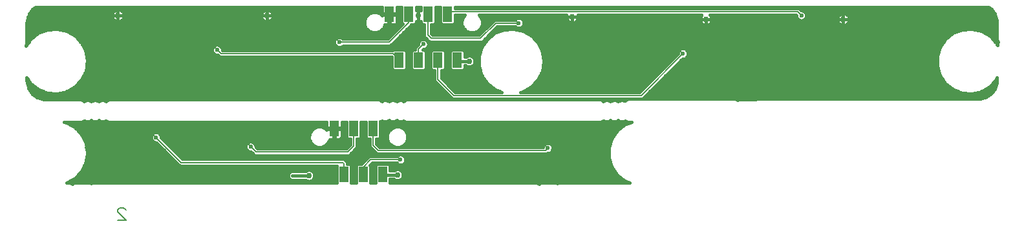
<source format=gbl>
G75*
%MOIN*%
%OFA0B0*%
%FSLAX25Y25*%
%IPPOS*%
%LPD*%
%AMOC8*
5,1,8,0,0,1.08239X$1,22.5*
%
%ADD10C,0.00600*%
%ADD11R,0.04700X0.07900*%
%ADD12C,0.02953*%
%ADD13C,0.01600*%
%ADD14C,0.02362*%
%ADD15C,0.00700*%
D10*
X0087781Y0063124D02*
X0092051Y0063124D01*
X0087781Y0067394D01*
X0087781Y0068462D01*
X0088848Y0069529D01*
X0090984Y0069529D01*
X0092051Y0068462D01*
D11*
X0204536Y0086763D03*
X0214536Y0086763D03*
X0224536Y0086763D03*
X0219536Y0110363D03*
X0209536Y0110363D03*
X0199536Y0110363D03*
X0233001Y0145818D03*
X0243001Y0145818D03*
X0253001Y0145818D03*
X0263001Y0145818D03*
X0258001Y0169418D03*
X0248001Y0169418D03*
X0238001Y0169418D03*
X0228001Y0169418D03*
D12*
X0243032Y0168603D03*
X0269123Y0145107D03*
X0322272Y0168103D03*
X0391170Y0166761D03*
X0462036Y0166761D03*
X0232115Y0086446D03*
X0186446Y0086052D03*
X0164792Y0168603D03*
X0088020Y0168603D03*
D13*
X0084957Y0168603D01*
X0084957Y0168301D01*
X0085074Y0167709D01*
X0085305Y0167152D01*
X0085641Y0166650D01*
X0086067Y0166223D01*
X0086569Y0165888D01*
X0087127Y0165657D01*
X0087719Y0165539D01*
X0088020Y0165539D01*
X0088020Y0168603D01*
X0088020Y0168603D01*
X0084957Y0168603D01*
X0084957Y0168905D01*
X0085074Y0169497D01*
X0085305Y0170054D01*
X0085641Y0170556D01*
X0086067Y0170983D01*
X0086569Y0171318D01*
X0087127Y0171549D01*
X0087719Y0171667D01*
X0088020Y0171667D01*
X0088020Y0168603D01*
X0088021Y0168603D01*
X0088021Y0168603D01*
X0091084Y0168603D01*
X0091084Y0168301D01*
X0090966Y0167709D01*
X0090736Y0167152D01*
X0090400Y0166650D01*
X0089974Y0166223D01*
X0089472Y0165888D01*
X0088914Y0165657D01*
X0088322Y0165539D01*
X0088021Y0165539D01*
X0088021Y0168603D01*
X0091084Y0168603D01*
X0091084Y0168905D01*
X0090966Y0169497D01*
X0090736Y0170054D01*
X0090400Y0170556D01*
X0089974Y0170983D01*
X0089472Y0171318D01*
X0088914Y0171549D01*
X0088322Y0171667D01*
X0088021Y0171667D01*
X0088021Y0168603D01*
X0088020Y0168603D01*
X0088020Y0167955D02*
X0088021Y0167955D01*
X0088020Y0166357D02*
X0088021Y0166357D01*
X0090107Y0166357D02*
X0162706Y0166357D01*
X0162839Y0166223D02*
X0163341Y0165888D01*
X0163898Y0165657D01*
X0164490Y0165539D01*
X0164792Y0165539D01*
X0164792Y0168603D01*
X0164792Y0168603D01*
X0161728Y0168603D01*
X0161728Y0168301D01*
X0161846Y0167709D01*
X0162077Y0167152D01*
X0162412Y0166650D01*
X0162839Y0166223D01*
X0164792Y0166357D02*
X0164792Y0166357D01*
X0164792Y0165539D02*
X0165094Y0165539D01*
X0165686Y0165657D01*
X0166243Y0165888D01*
X0166745Y0166223D01*
X0167172Y0166650D01*
X0167507Y0167152D01*
X0167738Y0167709D01*
X0167856Y0168301D01*
X0167856Y0168603D01*
X0164792Y0168603D01*
X0164792Y0168603D01*
X0164792Y0165539D01*
X0166879Y0166357D02*
X0215248Y0166357D01*
X0215167Y0166159D02*
X0215167Y0164077D01*
X0215963Y0162153D01*
X0217436Y0160681D01*
X0219360Y0159884D01*
X0221442Y0159884D01*
X0223366Y0160681D01*
X0224838Y0162153D01*
X0225554Y0163881D01*
X0227626Y0163881D01*
X0227626Y0169043D01*
X0228376Y0169043D01*
X0228376Y0169793D01*
X0231938Y0169793D01*
X0231938Y0173060D01*
X0234260Y0173060D01*
X0234260Y0164892D01*
X0234763Y0164390D01*
X0227063Y0156690D01*
X0204090Y0156690D01*
X0203650Y0157130D01*
X0202705Y0157521D01*
X0201682Y0157521D01*
X0200737Y0157130D01*
X0200014Y0156406D01*
X0199622Y0155461D01*
X0199622Y0154438D01*
X0200014Y0153493D01*
X0200737Y0152769D01*
X0201682Y0152378D01*
X0202705Y0152378D01*
X0203650Y0152769D01*
X0204090Y0153209D01*
X0228505Y0153209D01*
X0238722Y0163426D01*
X0239374Y0164078D01*
X0240927Y0164078D01*
X0241741Y0164892D01*
X0241741Y0165822D01*
X0242139Y0165657D01*
X0242731Y0165539D01*
X0243032Y0165539D01*
X0243032Y0168603D01*
X0243032Y0168603D01*
X0243032Y0165539D01*
X0243334Y0165539D01*
X0243926Y0165657D01*
X0244260Y0165796D01*
X0244260Y0164892D01*
X0245075Y0164078D01*
X0246044Y0164078D01*
X0246044Y0157851D01*
X0247063Y0156831D01*
X0247697Y0156197D01*
X0248717Y0155178D01*
X0275718Y0155178D01*
X0283592Y0163052D01*
X0292817Y0163052D01*
X0293257Y0162612D01*
X0294202Y0162220D01*
X0295225Y0162220D01*
X0296170Y0162612D01*
X0296894Y0163335D01*
X0297285Y0164281D01*
X0297285Y0165304D01*
X0296894Y0166249D01*
X0296170Y0166972D01*
X0295225Y0167364D01*
X0294202Y0167364D01*
X0293257Y0166972D01*
X0292817Y0166533D01*
X0282150Y0166533D01*
X0281130Y0165513D01*
X0274276Y0158659D01*
X0250159Y0158659D01*
X0249525Y0159293D01*
X0249525Y0164078D01*
X0250927Y0164078D01*
X0251741Y0164892D01*
X0251741Y0173060D01*
X0254260Y0173060D01*
X0254260Y0164892D01*
X0255075Y0164078D01*
X0260927Y0164078D01*
X0261741Y0164892D01*
X0261741Y0168957D01*
X0267037Y0168957D01*
X0266163Y0168083D01*
X0265367Y0166159D01*
X0265367Y0164077D01*
X0266163Y0162153D01*
X0267636Y0160681D01*
X0269560Y0159884D01*
X0271642Y0159884D01*
X0273566Y0160681D01*
X0275038Y0162153D01*
X0275835Y0164077D01*
X0275835Y0166159D01*
X0275038Y0168083D01*
X0274164Y0168957D01*
X0319319Y0168957D01*
X0319209Y0168405D01*
X0319209Y0168103D01*
X0319209Y0167801D01*
X0319326Y0167209D01*
X0319557Y0166652D01*
X0319893Y0166150D01*
X0320319Y0165723D01*
X0320821Y0165388D01*
X0321379Y0165157D01*
X0321971Y0165039D01*
X0322272Y0165039D01*
X0322272Y0168103D01*
X0319209Y0168103D01*
X0322272Y0168103D01*
X0322272Y0168103D01*
X0322272Y0168103D01*
X0322272Y0165039D01*
X0322574Y0165039D01*
X0323166Y0165157D01*
X0323724Y0165388D01*
X0324225Y0165723D01*
X0324652Y0166150D01*
X0324988Y0166652D01*
X0325218Y0167209D01*
X0325336Y0167801D01*
X0325336Y0168103D01*
X0322273Y0168103D01*
X0322273Y0168103D01*
X0325336Y0168103D01*
X0325336Y0168405D01*
X0325226Y0168957D01*
X0389034Y0168957D01*
X0388790Y0168714D01*
X0388455Y0168212D01*
X0388224Y0167654D01*
X0388106Y0167062D01*
X0388106Y0166761D01*
X0391170Y0166761D01*
X0391170Y0166761D01*
X0394234Y0166761D01*
X0394234Y0167062D01*
X0394116Y0167654D01*
X0393885Y0168212D01*
X0393550Y0168714D01*
X0393306Y0168957D01*
X0437693Y0168957D01*
X0437811Y0168839D01*
X0437811Y0168218D01*
X0438203Y0167272D01*
X0438926Y0166549D01*
X0439871Y0166157D01*
X0440894Y0166157D01*
X0441839Y0166549D01*
X0442563Y0167272D01*
X0442954Y0168218D01*
X0442954Y0169241D01*
X0442563Y0170186D01*
X0441839Y0170909D01*
X0440894Y0171301D01*
X0440273Y0171301D01*
X0440155Y0171419D01*
X0439135Y0172438D01*
X0261741Y0172438D01*
X0261741Y0173060D01*
X0536797Y0173060D01*
X0538418Y0171882D01*
X0540261Y0169344D01*
X0541231Y0166361D01*
X0541354Y0164792D01*
X0541354Y0156174D01*
X0541754Y0155209D01*
X0541453Y0154908D01*
X0541453Y0153377D01*
X0540878Y0154571D01*
X0537471Y0158242D01*
X0533135Y0160746D01*
X0533135Y0160746D01*
X0528252Y0161860D01*
X0523259Y0161486D01*
X0523258Y0161486D01*
X0518597Y0159656D01*
X0518597Y0159656D01*
X0514682Y0156534D01*
X0511861Y0152396D01*
X0510384Y0147611D01*
X0510384Y0142603D01*
X0511861Y0137818D01*
X0514682Y0133680D01*
X0518597Y0130558D01*
X0523258Y0128728D01*
X0528252Y0128354D01*
X0528252Y0128354D01*
X0533135Y0129468D01*
X0537471Y0131972D01*
X0537471Y0131972D01*
X0540878Y0135643D01*
X0540878Y0135643D01*
X0541354Y0136633D01*
X0541354Y0135292D01*
X0541207Y0133759D01*
X0540208Y0130850D01*
X0538358Y0128393D01*
X0535839Y0126627D01*
X0532898Y0125726D01*
X0531362Y0125631D01*
X0531342Y0125631D01*
X0530619Y0125644D01*
X0530606Y0125631D01*
X0417985Y0125631D01*
X0417020Y0125232D01*
X0416719Y0125533D01*
X0407944Y0125533D01*
X0407585Y0125174D01*
X0406481Y0125631D01*
X0352446Y0125631D01*
X0352386Y0125681D01*
X0358458Y0125681D01*
X0379249Y0146472D01*
X0379871Y0146472D01*
X0380816Y0146864D01*
X0381539Y0147587D01*
X0381931Y0148533D01*
X0381931Y0149556D01*
X0381539Y0150501D01*
X0380816Y0151224D01*
X0379871Y0151616D01*
X0378848Y0151616D01*
X0377902Y0151224D01*
X0377179Y0150501D01*
X0376787Y0149556D01*
X0376787Y0148934D01*
X0357016Y0129163D01*
X0295574Y0129163D01*
X0296914Y0129468D01*
X0301251Y0131972D01*
X0304657Y0135643D01*
X0304657Y0135643D01*
X0306830Y0140155D01*
X0306830Y0140155D01*
X0307576Y0145107D01*
X0306830Y0150059D01*
X0304657Y0154571D01*
X0301251Y0158242D01*
X0296914Y0160746D01*
X0292032Y0161860D01*
X0292032Y0161860D01*
X0287038Y0161486D01*
X0282376Y0159656D01*
X0278461Y0156534D01*
X0275640Y0152396D01*
X0274164Y0147611D01*
X0274164Y0142603D01*
X0275640Y0137818D01*
X0275640Y0137818D01*
X0278461Y0133680D01*
X0282376Y0130558D01*
X0282376Y0130558D01*
X0285931Y0129163D01*
X0261970Y0129163D01*
X0254741Y0136391D01*
X0254741Y0140478D01*
X0255927Y0140478D01*
X0256741Y0141292D01*
X0256741Y0150344D01*
X0255927Y0151159D01*
X0250075Y0151159D01*
X0249260Y0150344D01*
X0249260Y0141292D01*
X0250075Y0140478D01*
X0251260Y0140478D01*
X0251260Y0134949D01*
X0260528Y0125681D01*
X0352269Y0125681D01*
X0351719Y0125631D01*
X0351061Y0125631D01*
X0350995Y0125566D01*
X0350582Y0125528D01*
X0349345Y0124655D01*
X0348414Y0125041D01*
X0347312Y0125041D01*
X0346295Y0124619D01*
X0345894Y0124219D01*
X0345494Y0124619D01*
X0344477Y0125041D01*
X0343375Y0125041D01*
X0342358Y0124619D01*
X0341957Y0124219D01*
X0341557Y0124619D01*
X0340540Y0125041D01*
X0339438Y0125041D01*
X0338421Y0124619D01*
X0338314Y0124512D01*
X0337058Y0125238D01*
X0236621Y0125238D01*
X0235365Y0124512D01*
X0235258Y0124619D01*
X0234240Y0125041D01*
X0233139Y0125041D01*
X0232122Y0124619D01*
X0231721Y0124219D01*
X0231321Y0124619D01*
X0230303Y0125041D01*
X0229202Y0125041D01*
X0228185Y0124619D01*
X0227784Y0124219D01*
X0227384Y0124619D01*
X0226366Y0125041D01*
X0225265Y0125041D01*
X0224248Y0124619D01*
X0224141Y0124512D01*
X0222884Y0125238D01*
X0083078Y0125238D01*
X0081822Y0124512D01*
X0081715Y0124619D01*
X0080697Y0125041D01*
X0079596Y0125041D01*
X0078578Y0124619D01*
X0078178Y0124219D01*
X0077778Y0124619D01*
X0076760Y0125041D01*
X0075659Y0125041D01*
X0074641Y0124619D01*
X0074241Y0124219D01*
X0073841Y0124619D01*
X0072823Y0125041D01*
X0071722Y0125041D01*
X0070704Y0124619D01*
X0070597Y0124512D01*
X0069341Y0125238D01*
X0051013Y0125238D01*
X0049444Y0125361D01*
X0046461Y0126331D01*
X0043923Y0128175D01*
X0042079Y0130712D01*
X0041109Y0133696D01*
X0040986Y0135265D01*
X0040986Y0136676D01*
X0043028Y0133680D01*
X0046943Y0130558D01*
X0046943Y0130558D01*
X0051605Y0128728D01*
X0056599Y0128354D01*
X0061481Y0129468D01*
X0065818Y0131972D01*
X0065818Y0131972D01*
X0065818Y0131972D01*
X0069224Y0135643D01*
X0069224Y0135643D01*
X0071397Y0140155D01*
X0071397Y0140155D01*
X0072143Y0145107D01*
X0071397Y0150059D01*
X0069224Y0154571D01*
X0065818Y0158242D01*
X0061481Y0160746D01*
X0056599Y0161860D01*
X0056599Y0161860D01*
X0051605Y0161486D01*
X0046943Y0159656D01*
X0043028Y0156534D01*
X0043028Y0156534D01*
X0043028Y0156534D01*
X0040703Y0153124D01*
X0040586Y0153241D01*
X0040986Y0154205D01*
X0040986Y0164792D01*
X0041109Y0166361D01*
X0042079Y0169344D01*
X0043923Y0171882D01*
X0045544Y0173060D01*
X0224063Y0173060D01*
X0224063Y0169793D01*
X0227626Y0169793D01*
X0227626Y0169043D01*
X0224063Y0169043D01*
X0224063Y0168858D01*
X0223366Y0169555D01*
X0221442Y0170352D01*
X0219360Y0170352D01*
X0217436Y0169555D01*
X0215963Y0168083D01*
X0215167Y0166159D01*
X0215167Y0164758D02*
X0040986Y0164758D01*
X0040986Y0163160D02*
X0215546Y0163160D01*
X0216555Y0161561D02*
X0057908Y0161561D01*
X0061481Y0160746D02*
X0061481Y0160746D01*
X0062837Y0159963D02*
X0219169Y0159963D01*
X0221633Y0159963D02*
X0230336Y0159963D01*
X0231934Y0161561D02*
X0224246Y0161561D01*
X0225255Y0163160D02*
X0233533Y0163160D01*
X0234394Y0164758D02*
X0231774Y0164758D01*
X0231830Y0164855D02*
X0231938Y0165259D01*
X0231938Y0169043D01*
X0228376Y0169043D01*
X0228376Y0163881D01*
X0230560Y0163881D01*
X0230963Y0163989D01*
X0231325Y0164198D01*
X0231621Y0164493D01*
X0231830Y0164855D01*
X0231938Y0166357D02*
X0234260Y0166357D01*
X0234260Y0167955D02*
X0231938Y0167955D01*
X0234260Y0169554D02*
X0228376Y0169554D01*
X0227626Y0169554D02*
X0223367Y0169554D01*
X0224063Y0171152D02*
X0166492Y0171152D01*
X0166243Y0171318D02*
X0165686Y0171549D01*
X0165094Y0171667D01*
X0164792Y0171667D01*
X0164490Y0171667D01*
X0163898Y0171549D01*
X0163341Y0171318D01*
X0162839Y0170983D01*
X0162412Y0170556D01*
X0162077Y0170054D01*
X0161846Y0169497D01*
X0161728Y0168905D01*
X0161728Y0168603D01*
X0164792Y0168603D01*
X0164792Y0168603D01*
X0164792Y0171667D01*
X0164792Y0168603D01*
X0164792Y0168603D01*
X0167856Y0168603D01*
X0167856Y0168905D01*
X0167738Y0169497D01*
X0167507Y0170054D01*
X0167172Y0170556D01*
X0166745Y0170983D01*
X0166243Y0171318D01*
X0164792Y0171152D02*
X0164792Y0171152D01*
X0164792Y0169554D02*
X0164792Y0169554D01*
X0164792Y0167955D02*
X0164792Y0167955D01*
X0161797Y0167955D02*
X0091015Y0167955D01*
X0090943Y0169554D02*
X0161870Y0169554D01*
X0163093Y0171152D02*
X0089720Y0171152D01*
X0088021Y0171152D02*
X0088020Y0171152D01*
X0088020Y0169554D02*
X0088021Y0169554D01*
X0086321Y0171152D02*
X0043392Y0171152D01*
X0042231Y0169554D02*
X0085098Y0169554D01*
X0085026Y0167955D02*
X0041627Y0167955D01*
X0041109Y0166357D02*
X0085934Y0166357D01*
X0067188Y0156766D02*
X0200373Y0156766D01*
X0199622Y0155167D02*
X0068671Y0155167D01*
X0069224Y0154571D02*
X0069224Y0154571D01*
X0069707Y0153569D02*
X0138653Y0153569D01*
X0138690Y0153584D02*
X0137745Y0153193D01*
X0137021Y0152469D01*
X0136630Y0151524D01*
X0136630Y0150501D01*
X0137021Y0149556D01*
X0137745Y0148832D01*
X0138690Y0148441D01*
X0139312Y0148441D01*
X0139430Y0148323D01*
X0140449Y0147304D01*
X0229054Y0147304D01*
X0229260Y0147097D01*
X0229260Y0141292D01*
X0230075Y0140478D01*
X0235927Y0140478D01*
X0236741Y0141292D01*
X0236741Y0150344D01*
X0235927Y0151159D01*
X0230075Y0151159D01*
X0229701Y0150785D01*
X0141891Y0150785D01*
X0141773Y0150902D01*
X0141773Y0151524D01*
X0141382Y0152469D01*
X0140658Y0153193D01*
X0139713Y0153584D01*
X0138690Y0153584D01*
X0139750Y0153569D02*
X0199982Y0153569D01*
X0204014Y0156766D02*
X0227139Y0156766D01*
X0228737Y0158364D02*
X0065606Y0158364D01*
X0065818Y0158242D02*
X0065818Y0158242D01*
X0052612Y0161561D02*
X0040986Y0161561D01*
X0040986Y0159963D02*
X0047724Y0159963D01*
X0046943Y0159656D02*
X0046943Y0159656D01*
X0045323Y0158364D02*
X0040986Y0158364D01*
X0040986Y0156766D02*
X0043319Y0156766D01*
X0042096Y0155167D02*
X0040986Y0155167D01*
X0041006Y0153569D02*
X0040722Y0153569D01*
X0051605Y0161486D02*
X0051605Y0161486D01*
X0045118Y0172751D02*
X0224063Y0172751D01*
X0217434Y0169554D02*
X0167715Y0169554D01*
X0167787Y0167955D02*
X0215911Y0167955D01*
X0227626Y0167955D02*
X0228376Y0167955D01*
X0228376Y0166357D02*
X0227626Y0166357D01*
X0227626Y0164758D02*
X0228376Y0164758D01*
X0236857Y0161561D02*
X0246044Y0161561D01*
X0246044Y0159963D02*
X0235259Y0159963D01*
X0233660Y0158364D02*
X0246044Y0158364D01*
X0246012Y0156537D02*
X0244989Y0156537D01*
X0244044Y0156145D01*
X0243321Y0155422D01*
X0242929Y0154477D01*
X0242929Y0153855D01*
X0241260Y0152186D01*
X0241260Y0151159D01*
X0240075Y0151159D01*
X0239260Y0150344D01*
X0239260Y0141292D01*
X0240075Y0140478D01*
X0245927Y0140478D01*
X0246741Y0141292D01*
X0246741Y0150344D01*
X0245927Y0151159D01*
X0245156Y0151159D01*
X0245391Y0151394D01*
X0246012Y0151394D01*
X0246958Y0151785D01*
X0247681Y0152509D01*
X0248072Y0153454D01*
X0248072Y0154477D01*
X0247681Y0155422D01*
X0246958Y0156145D01*
X0246012Y0156537D01*
X0247129Y0156766D02*
X0232062Y0156766D01*
X0230463Y0155167D02*
X0243215Y0155167D01*
X0242643Y0153569D02*
X0228865Y0153569D01*
X0236714Y0150372D02*
X0239288Y0150372D01*
X0239260Y0148773D02*
X0236741Y0148773D01*
X0236741Y0147175D02*
X0239260Y0147175D01*
X0239260Y0145576D02*
X0236741Y0145576D01*
X0236741Y0143978D02*
X0239260Y0143978D01*
X0239260Y0142379D02*
X0236741Y0142379D01*
X0236230Y0140781D02*
X0239772Y0140781D01*
X0246230Y0140781D02*
X0249772Y0140781D01*
X0249260Y0142379D02*
X0246741Y0142379D01*
X0246741Y0143978D02*
X0249260Y0143978D01*
X0249260Y0145576D02*
X0246741Y0145576D01*
X0246741Y0147175D02*
X0249260Y0147175D01*
X0249260Y0148773D02*
X0246741Y0148773D01*
X0246714Y0150372D02*
X0249288Y0150372D01*
X0247143Y0151970D02*
X0275509Y0151970D01*
X0275640Y0152396D02*
X0275640Y0152396D01*
X0276439Y0153569D02*
X0248072Y0153569D01*
X0247786Y0155167D02*
X0277529Y0155167D01*
X0277306Y0156766D02*
X0278752Y0156766D01*
X0278461Y0156534D02*
X0278461Y0156534D01*
X0278461Y0156534D01*
X0278905Y0158364D02*
X0280756Y0158364D01*
X0280503Y0159963D02*
X0283157Y0159963D01*
X0282376Y0159656D02*
X0282376Y0159656D01*
X0282102Y0161561D02*
X0288045Y0161561D01*
X0287038Y0161486D02*
X0287038Y0161486D01*
X0278777Y0163160D02*
X0275455Y0163160D01*
X0275835Y0164758D02*
X0280376Y0164758D01*
X0281974Y0166357D02*
X0275753Y0166357D01*
X0275091Y0167955D02*
X0319209Y0167955D01*
X0319754Y0166357D02*
X0296785Y0166357D01*
X0297285Y0164758D02*
X0388840Y0164758D01*
X0388790Y0164808D02*
X0389217Y0164381D01*
X0389719Y0164046D01*
X0390276Y0163815D01*
X0390868Y0163697D01*
X0391170Y0163697D01*
X0391170Y0166760D01*
X0391170Y0166760D01*
X0391170Y0163697D01*
X0391472Y0163697D01*
X0392064Y0163815D01*
X0392621Y0164046D01*
X0393123Y0164381D01*
X0393550Y0164808D01*
X0393885Y0165309D01*
X0394116Y0165867D01*
X0394234Y0166459D01*
X0394234Y0166761D01*
X0391170Y0166761D01*
X0391170Y0166761D01*
X0388106Y0166761D01*
X0388106Y0166459D01*
X0388224Y0165867D01*
X0388455Y0165309D01*
X0388790Y0164808D01*
X0388127Y0166357D02*
X0324790Y0166357D01*
X0325336Y0167955D02*
X0388349Y0167955D01*
X0391170Y0166357D02*
X0391170Y0166357D01*
X0391170Y0164758D02*
X0391170Y0164758D01*
X0393501Y0164758D02*
X0459706Y0164758D01*
X0459656Y0164808D02*
X0460083Y0164381D01*
X0460585Y0164046D01*
X0461143Y0163815D01*
X0461734Y0163697D01*
X0462036Y0163697D01*
X0462036Y0166760D01*
X0462036Y0166760D01*
X0462036Y0163697D01*
X0462338Y0163697D01*
X0462930Y0163815D01*
X0463487Y0164046D01*
X0463989Y0164381D01*
X0464416Y0164808D01*
X0464751Y0165309D01*
X0464982Y0165867D01*
X0465100Y0166459D01*
X0465100Y0166761D01*
X0465100Y0167062D01*
X0464982Y0167654D01*
X0464751Y0168212D01*
X0464416Y0168714D01*
X0463989Y0169140D01*
X0463487Y0169476D01*
X0462930Y0169707D01*
X0462338Y0169824D01*
X0462036Y0169824D01*
X0461734Y0169824D01*
X0461143Y0169707D01*
X0460585Y0169476D01*
X0460083Y0169140D01*
X0459656Y0168714D01*
X0459321Y0168212D01*
X0459090Y0167654D01*
X0458972Y0167062D01*
X0458972Y0166761D01*
X0462036Y0166761D01*
X0462036Y0169824D01*
X0462036Y0166761D01*
X0462036Y0166761D01*
X0462036Y0166761D01*
X0458972Y0166761D01*
X0458972Y0166459D01*
X0459090Y0165867D01*
X0459321Y0165309D01*
X0459656Y0164808D01*
X0458993Y0166357D02*
X0441376Y0166357D01*
X0439390Y0166357D02*
X0394214Y0166357D01*
X0393991Y0167955D02*
X0437920Y0167955D01*
X0442846Y0167955D02*
X0459215Y0167955D01*
X0460774Y0169554D02*
X0442825Y0169554D01*
X0441252Y0171152D02*
X0538948Y0171152D01*
X0540109Y0169554D02*
X0463299Y0169554D01*
X0462036Y0169554D02*
X0462036Y0169554D01*
X0462036Y0167955D02*
X0462036Y0167955D01*
X0462036Y0166761D02*
X0465100Y0166761D01*
X0462036Y0166761D01*
X0462036Y0166761D01*
X0462036Y0166357D02*
X0462036Y0166357D01*
X0462036Y0164758D02*
X0462036Y0164758D01*
X0464367Y0164758D02*
X0541354Y0164758D01*
X0541354Y0163160D02*
X0296718Y0163160D01*
X0296914Y0160746D02*
X0296914Y0160746D01*
X0298270Y0159963D02*
X0519378Y0159963D01*
X0516977Y0158364D02*
X0301039Y0158364D01*
X0301251Y0158242D02*
X0301251Y0158242D01*
X0302621Y0156766D02*
X0514972Y0156766D01*
X0514682Y0156534D02*
X0514682Y0156534D01*
X0513750Y0155167D02*
X0304104Y0155167D01*
X0304657Y0154571D02*
X0304657Y0154571D01*
X0305140Y0153569D02*
X0512660Y0153569D01*
X0511861Y0152396D02*
X0511861Y0152396D01*
X0511729Y0151970D02*
X0305910Y0151970D01*
X0306679Y0150372D02*
X0377125Y0150372D01*
X0376627Y0148773D02*
X0307024Y0148773D01*
X0307265Y0147175D02*
X0375028Y0147175D01*
X0373430Y0145576D02*
X0307506Y0145576D01*
X0307576Y0145107D02*
X0307576Y0145107D01*
X0307406Y0143978D02*
X0371831Y0143978D01*
X0370233Y0142379D02*
X0307165Y0142379D01*
X0306924Y0140781D02*
X0368634Y0140781D01*
X0367036Y0139182D02*
X0306361Y0139182D01*
X0305592Y0137584D02*
X0365437Y0137584D01*
X0363839Y0135985D02*
X0304822Y0135985D01*
X0303491Y0134387D02*
X0362240Y0134387D01*
X0360642Y0132788D02*
X0302008Y0132788D01*
X0301251Y0131972D02*
X0301251Y0131972D01*
X0299895Y0131190D02*
X0359043Y0131190D01*
X0357445Y0129591D02*
X0297127Y0129591D01*
X0296914Y0129468D02*
X0296914Y0129468D01*
X0284840Y0129591D02*
X0261541Y0129591D01*
X0259943Y0131190D02*
X0281584Y0131190D01*
X0279580Y0132788D02*
X0258344Y0132788D01*
X0256746Y0134387D02*
X0277979Y0134387D01*
X0278461Y0133680D02*
X0278461Y0133680D01*
X0278461Y0133680D01*
X0276890Y0135985D02*
X0255147Y0135985D01*
X0254741Y0137584D02*
X0275800Y0137584D01*
X0275219Y0139182D02*
X0254741Y0139182D01*
X0256230Y0140781D02*
X0259772Y0140781D01*
X0260075Y0140478D02*
X0265927Y0140478D01*
X0266741Y0141292D01*
X0266741Y0142917D01*
X0267259Y0142917D01*
X0267499Y0142677D01*
X0268553Y0142240D01*
X0269693Y0142240D01*
X0270747Y0142677D01*
X0271553Y0143483D01*
X0271990Y0144537D01*
X0271990Y0145677D01*
X0271553Y0146731D01*
X0270747Y0147538D01*
X0269693Y0147974D01*
X0268553Y0147974D01*
X0267499Y0147538D01*
X0267259Y0147298D01*
X0266741Y0147298D01*
X0266741Y0150344D01*
X0265927Y0151159D01*
X0260075Y0151159D01*
X0259260Y0150344D01*
X0259260Y0141292D01*
X0260075Y0140478D01*
X0259260Y0142379D02*
X0256741Y0142379D01*
X0256741Y0143978D02*
X0259260Y0143978D01*
X0259260Y0145576D02*
X0256741Y0145576D01*
X0256741Y0147175D02*
X0259260Y0147175D01*
X0259260Y0148773D02*
X0256741Y0148773D01*
X0256714Y0150372D02*
X0259288Y0150372D01*
X0266714Y0150372D02*
X0275016Y0150372D01*
X0274523Y0148773D02*
X0266741Y0148773D01*
X0271110Y0147175D02*
X0274164Y0147175D01*
X0274164Y0145576D02*
X0271990Y0145576D01*
X0271758Y0143978D02*
X0274164Y0143978D01*
X0274233Y0142379D02*
X0270029Y0142379D01*
X0268217Y0142379D02*
X0266741Y0142379D01*
X0266230Y0140781D02*
X0274726Y0140781D01*
X0269123Y0145107D02*
X0263712Y0145107D01*
X0263001Y0145818D01*
X0251260Y0139182D02*
X0070928Y0139182D01*
X0071491Y0140781D02*
X0229772Y0140781D01*
X0229260Y0142379D02*
X0071732Y0142379D01*
X0071973Y0143978D02*
X0229260Y0143978D01*
X0229260Y0145576D02*
X0072073Y0145576D01*
X0071832Y0147175D02*
X0229183Y0147175D01*
X0241260Y0151970D02*
X0141588Y0151970D01*
X0136815Y0151970D02*
X0070477Y0151970D01*
X0071246Y0150372D02*
X0136683Y0150372D01*
X0137888Y0148773D02*
X0071591Y0148773D01*
X0071397Y0150059D02*
X0071397Y0150059D01*
X0070159Y0137584D02*
X0251260Y0137584D01*
X0251260Y0135985D02*
X0069389Y0135985D01*
X0068058Y0134387D02*
X0251823Y0134387D01*
X0253421Y0132788D02*
X0066575Y0132788D01*
X0064462Y0131190D02*
X0255020Y0131190D01*
X0256618Y0129591D02*
X0061694Y0129591D01*
X0061481Y0129468D02*
X0061481Y0129468D01*
X0056599Y0128354D02*
X0056599Y0128354D01*
X0051605Y0128728D02*
X0051605Y0128728D01*
X0049407Y0129591D02*
X0042893Y0129591D01*
X0041924Y0131190D02*
X0046151Y0131190D01*
X0044147Y0132788D02*
X0041404Y0132788D01*
X0041055Y0134387D02*
X0042546Y0134387D01*
X0043028Y0133680D02*
X0043028Y0133680D01*
X0043028Y0133680D01*
X0041457Y0135985D02*
X0040986Y0135985D01*
X0044173Y0127993D02*
X0258217Y0127993D01*
X0259815Y0126394D02*
X0046373Y0126394D01*
X0070107Y0124796D02*
X0071129Y0124796D01*
X0073415Y0124796D02*
X0075066Y0124796D01*
X0077352Y0124796D02*
X0079003Y0124796D01*
X0081290Y0124796D02*
X0082312Y0124796D01*
X0078178Y0114814D02*
X0078578Y0114414D01*
X0079596Y0113992D01*
X0080697Y0113992D01*
X0081715Y0114414D01*
X0081822Y0114521D01*
X0083078Y0113795D01*
X0195599Y0113795D01*
X0195599Y0110738D01*
X0199161Y0110738D01*
X0199161Y0109988D01*
X0195599Y0109988D01*
X0195599Y0109803D01*
X0194901Y0110500D01*
X0192977Y0111297D01*
X0190895Y0111297D01*
X0188971Y0110500D01*
X0187499Y0109028D01*
X0186702Y0107104D01*
X0186702Y0105022D01*
X0187499Y0103098D01*
X0188971Y0101626D01*
X0190895Y0100829D01*
X0192977Y0100829D01*
X0194901Y0101626D01*
X0196374Y0103098D01*
X0197089Y0104826D01*
X0199161Y0104826D01*
X0199161Y0109988D01*
X0199911Y0109988D01*
X0199911Y0104826D01*
X0202095Y0104826D01*
X0202499Y0104934D01*
X0202861Y0105143D01*
X0203156Y0105438D01*
X0203365Y0105800D01*
X0203474Y0106204D01*
X0203474Y0109988D01*
X0199911Y0109988D01*
X0199911Y0110738D01*
X0203474Y0110738D01*
X0203474Y0113795D01*
X0205796Y0113795D01*
X0205796Y0105837D01*
X0206610Y0105022D01*
X0207796Y0105022D01*
X0207796Y0101989D01*
X0205803Y0099997D01*
X0160001Y0099997D01*
X0159096Y0100902D01*
X0159096Y0101524D01*
X0158705Y0102469D01*
X0157981Y0103193D01*
X0157036Y0103584D01*
X0156013Y0103584D01*
X0155068Y0103193D01*
X0154344Y0102469D01*
X0153953Y0101524D01*
X0153953Y0100501D01*
X0154344Y0099556D01*
X0155068Y0098832D01*
X0156013Y0098441D01*
X0156635Y0098441D01*
X0158559Y0096516D01*
X0207245Y0096516D01*
X0208265Y0097536D01*
X0211277Y0100548D01*
X0211277Y0105022D01*
X0212462Y0105022D01*
X0213277Y0105837D01*
X0213277Y0113795D01*
X0215796Y0113795D01*
X0215796Y0105837D01*
X0216610Y0105022D01*
X0217796Y0105022D01*
X0217796Y0101059D01*
X0220532Y0098323D01*
X0221551Y0097304D01*
X0309214Y0097304D01*
X0309564Y0097654D01*
X0310186Y0097654D01*
X0311131Y0098045D01*
X0311854Y0098768D01*
X0312246Y0099714D01*
X0312246Y0100737D01*
X0311854Y0101682D01*
X0311131Y0102405D01*
X0310186Y0102797D01*
X0309162Y0102797D01*
X0308217Y0102405D01*
X0307494Y0101682D01*
X0307122Y0100785D01*
X0222993Y0100785D01*
X0221277Y0102501D01*
X0221277Y0105022D01*
X0222462Y0105022D01*
X0223277Y0105837D01*
X0223277Y0114022D01*
X0224141Y0114521D01*
X0224248Y0114414D01*
X0225265Y0113992D01*
X0226366Y0113992D01*
X0227384Y0114414D01*
X0227784Y0114814D01*
X0228185Y0114414D01*
X0229202Y0113992D01*
X0230303Y0113992D01*
X0231321Y0114414D01*
X0231721Y0114814D01*
X0232122Y0114414D01*
X0233139Y0113992D01*
X0234240Y0113992D01*
X0235258Y0114414D01*
X0235365Y0114521D01*
X0236621Y0113795D01*
X0337058Y0113795D01*
X0337058Y0113795D01*
X0338314Y0114521D01*
X0338421Y0114414D01*
X0339438Y0113992D01*
X0340540Y0113992D01*
X0341557Y0114414D01*
X0341957Y0114814D01*
X0342358Y0114414D01*
X0343375Y0113992D01*
X0344477Y0113992D01*
X0345494Y0114414D01*
X0345894Y0114814D01*
X0346295Y0114414D01*
X0347312Y0113992D01*
X0348414Y0113992D01*
X0349431Y0114414D01*
X0349538Y0114521D01*
X0350794Y0113795D01*
X0352830Y0113795D01*
X0349305Y0112412D01*
X0345390Y0109290D01*
X0342569Y0105152D01*
X0341093Y0100367D01*
X0341093Y0095359D01*
X0342569Y0090574D01*
X0342569Y0090574D01*
X0345390Y0086436D01*
X0345390Y0086436D01*
X0345390Y0086436D01*
X0349305Y0083314D01*
X0349306Y0083314D01*
X0351826Y0082324D01*
X0315623Y0082324D01*
X0314658Y0081925D01*
X0314357Y0082226D01*
X0305581Y0082226D01*
X0305223Y0081867D01*
X0304119Y0082324D01*
X0228277Y0082324D01*
X0228277Y0084255D01*
X0230251Y0084255D01*
X0230491Y0084015D01*
X0231545Y0083579D01*
X0232685Y0083579D01*
X0233739Y0084015D01*
X0234545Y0084822D01*
X0234982Y0085875D01*
X0234982Y0087016D01*
X0234545Y0088070D01*
X0233739Y0088876D01*
X0232685Y0089313D01*
X0231545Y0089313D01*
X0230491Y0088876D01*
X0230251Y0088636D01*
X0228277Y0088636D01*
X0228277Y0091289D01*
X0227462Y0092104D01*
X0221610Y0092104D01*
X0220796Y0091289D01*
X0220796Y0082324D01*
X0218277Y0082324D01*
X0218277Y0091289D01*
X0218021Y0091544D01*
X0219056Y0092579D01*
X0231793Y0092579D01*
X0232233Y0092140D01*
X0233178Y0091748D01*
X0234201Y0091748D01*
X0235146Y0092140D01*
X0235870Y0092863D01*
X0236261Y0093808D01*
X0236261Y0094831D01*
X0235870Y0095776D01*
X0235146Y0096500D01*
X0234201Y0096891D01*
X0233178Y0096891D01*
X0232233Y0096500D01*
X0231793Y0096060D01*
X0217614Y0096060D01*
X0216595Y0095041D01*
X0213658Y0092104D01*
X0211610Y0092104D01*
X0210796Y0091289D01*
X0210796Y0082324D01*
X0208277Y0082324D01*
X0208277Y0091289D01*
X0207462Y0092104D01*
X0206296Y0092104D01*
X0206296Y0093072D01*
X0205277Y0094092D01*
X0205277Y0094092D01*
X0204765Y0094604D01*
X0121300Y0094604D01*
X0110277Y0105627D01*
X0110277Y0106249D01*
X0109886Y0107194D01*
X0109162Y0107917D01*
X0108217Y0108309D01*
X0107194Y0108309D01*
X0106249Y0107917D01*
X0105525Y0107194D01*
X0105134Y0106249D01*
X0105134Y0105225D01*
X0105525Y0104280D01*
X0106249Y0103557D01*
X0107194Y0103165D01*
X0107816Y0103165D01*
X0119859Y0091122D01*
X0200796Y0091122D01*
X0200796Y0082324D01*
X0075071Y0082324D01*
X0074107Y0081925D01*
X0073806Y0082226D01*
X0065030Y0082226D01*
X0064672Y0081867D01*
X0063568Y0082324D01*
X0061654Y0082324D01*
X0065818Y0084728D01*
X0065818Y0084728D01*
X0065818Y0084728D01*
X0069224Y0088399D01*
X0069224Y0088399D01*
X0071397Y0092911D01*
X0072143Y0097863D01*
X0072143Y0097863D01*
X0071397Y0102815D01*
X0069224Y0107327D01*
X0065818Y0110998D01*
X0065818Y0110998D01*
X0061481Y0113502D01*
X0060195Y0113795D01*
X0069341Y0113795D01*
X0070597Y0114521D01*
X0070704Y0114414D01*
X0071722Y0113992D01*
X0072823Y0113992D01*
X0073841Y0114414D01*
X0074241Y0114814D01*
X0074641Y0114414D01*
X0075659Y0113992D01*
X0076760Y0113992D01*
X0077778Y0114414D01*
X0078178Y0114814D01*
X0064069Y0112007D02*
X0195599Y0112007D01*
X0195599Y0113606D02*
X0061024Y0113606D01*
X0061481Y0113502D02*
X0061481Y0113502D01*
X0066364Y0110409D02*
X0188880Y0110409D01*
X0187409Y0108810D02*
X0067847Y0108810D01*
X0069224Y0107327D02*
X0069224Y0107327D01*
X0069279Y0107212D02*
X0105544Y0107212D01*
X0105134Y0105613D02*
X0070049Y0105613D01*
X0070819Y0104015D02*
X0105791Y0104015D01*
X0108565Y0102416D02*
X0071457Y0102416D01*
X0071397Y0102815D02*
X0071397Y0102815D01*
X0071698Y0100818D02*
X0110163Y0100818D01*
X0111762Y0099219D02*
X0071939Y0099219D01*
X0072107Y0097621D02*
X0113360Y0097621D01*
X0114959Y0096022D02*
X0071866Y0096022D01*
X0071625Y0094424D02*
X0116557Y0094424D01*
X0118156Y0092825D02*
X0071356Y0092825D01*
X0070586Y0091227D02*
X0119754Y0091227D01*
X0119882Y0096022D02*
X0217577Y0096022D01*
X0215978Y0094424D02*
X0204945Y0094424D01*
X0206296Y0092825D02*
X0214380Y0092825D01*
X0210796Y0091227D02*
X0208277Y0091227D01*
X0208277Y0089628D02*
X0210796Y0089628D01*
X0210796Y0088030D02*
X0208277Y0088030D01*
X0208277Y0086431D02*
X0210796Y0086431D01*
X0210796Y0084833D02*
X0208277Y0084833D01*
X0208277Y0083234D02*
X0210796Y0083234D01*
X0218277Y0083234D02*
X0220796Y0083234D01*
X0220796Y0084833D02*
X0218277Y0084833D01*
X0218277Y0086431D02*
X0220796Y0086431D01*
X0220796Y0088030D02*
X0218277Y0088030D01*
X0218277Y0089628D02*
X0220796Y0089628D01*
X0220796Y0091227D02*
X0218277Y0091227D01*
X0224536Y0086763D02*
X0224854Y0086446D01*
X0232115Y0086446D01*
X0234982Y0086431D02*
X0345396Y0086431D01*
X0344304Y0088030D02*
X0234562Y0088030D01*
X0228277Y0089628D02*
X0343214Y0089628D01*
X0342368Y0091227D02*
X0228277Y0091227D01*
X0235832Y0092825D02*
X0341875Y0092825D01*
X0341382Y0094424D02*
X0236261Y0094424D01*
X0235624Y0096022D02*
X0341093Y0096022D01*
X0341093Y0097621D02*
X0309531Y0097621D01*
X0312041Y0099219D02*
X0341093Y0099219D01*
X0341232Y0100818D02*
X0312212Y0100818D01*
X0311104Y0102416D02*
X0341725Y0102416D01*
X0342218Y0104015D02*
X0236953Y0104015D01*
X0236574Y0103098D02*
X0235101Y0101626D01*
X0233177Y0100829D01*
X0231095Y0100829D01*
X0229171Y0101626D01*
X0227699Y0103098D01*
X0226902Y0105022D01*
X0226902Y0107104D01*
X0227699Y0109028D01*
X0229171Y0110500D01*
X0231095Y0111297D01*
X0233177Y0111297D01*
X0235101Y0110500D01*
X0236574Y0109028D01*
X0237370Y0107104D01*
X0237370Y0105022D01*
X0236574Y0103098D01*
X0235892Y0102416D02*
X0308244Y0102416D01*
X0307136Y0100818D02*
X0222960Y0100818D01*
X0221362Y0102416D02*
X0228380Y0102416D01*
X0227319Y0104015D02*
X0221277Y0104015D01*
X0223053Y0105613D02*
X0226902Y0105613D01*
X0226947Y0107212D02*
X0223277Y0107212D01*
X0223277Y0108810D02*
X0227609Y0108810D01*
X0229080Y0110409D02*
X0223277Y0110409D01*
X0223277Y0112007D02*
X0348798Y0112007D01*
X0349305Y0112412D02*
X0349305Y0112412D01*
X0346794Y0110409D02*
X0235193Y0110409D01*
X0236664Y0108810D02*
X0345063Y0108810D01*
X0345390Y0109290D02*
X0345390Y0109290D01*
X0343974Y0107212D02*
X0237326Y0107212D01*
X0237370Y0105613D02*
X0342884Y0105613D01*
X0342569Y0105152D02*
X0342569Y0105152D01*
X0352347Y0113606D02*
X0223277Y0113606D01*
X0215796Y0113606D02*
X0213277Y0113606D01*
X0213277Y0112007D02*
X0215796Y0112007D01*
X0215796Y0110409D02*
X0213277Y0110409D01*
X0213277Y0108810D02*
X0215796Y0108810D01*
X0215796Y0107212D02*
X0213277Y0107212D01*
X0213053Y0105613D02*
X0216019Y0105613D01*
X0217796Y0104015D02*
X0211277Y0104015D01*
X0211277Y0102416D02*
X0217796Y0102416D01*
X0218037Y0100818D02*
X0211277Y0100818D01*
X0209949Y0099219D02*
X0219636Y0099219D01*
X0221234Y0097621D02*
X0208350Y0097621D01*
X0206624Y0100818D02*
X0159181Y0100818D01*
X0158726Y0102416D02*
X0188180Y0102416D01*
X0187119Y0104015D02*
X0111889Y0104015D01*
X0110291Y0105613D02*
X0186702Y0105613D01*
X0186747Y0107212D02*
X0109867Y0107212D01*
X0113488Y0102416D02*
X0154322Y0102416D01*
X0153953Y0100818D02*
X0115086Y0100818D01*
X0116685Y0099219D02*
X0154681Y0099219D01*
X0157455Y0097621D02*
X0118283Y0097621D01*
X0069816Y0089628D02*
X0200796Y0089628D01*
X0200796Y0088030D02*
X0188522Y0088030D01*
X0188876Y0087676D02*
X0188070Y0088482D01*
X0187016Y0088919D01*
X0185875Y0088919D01*
X0184822Y0088482D01*
X0184582Y0088243D01*
X0177096Y0088243D01*
X0175813Y0086959D01*
X0175813Y0085145D01*
X0177096Y0083861D01*
X0184582Y0083861D01*
X0184822Y0083622D01*
X0185875Y0083185D01*
X0187016Y0083185D01*
X0188070Y0083622D01*
X0188876Y0084428D01*
X0189313Y0085482D01*
X0189313Y0086622D01*
X0188876Y0087676D01*
X0189313Y0086431D02*
X0200796Y0086431D01*
X0200796Y0084833D02*
X0189044Y0084833D01*
X0187135Y0083234D02*
X0200796Y0083234D01*
X0186446Y0086052D02*
X0178003Y0086052D01*
X0175813Y0086431D02*
X0067398Y0086431D01*
X0065915Y0084833D02*
X0176124Y0084833D01*
X0185757Y0083234D02*
X0063230Y0083234D01*
X0068881Y0088030D02*
X0176883Y0088030D01*
X0195692Y0102416D02*
X0207796Y0102416D01*
X0207796Y0104015D02*
X0196753Y0104015D01*
X0199161Y0105613D02*
X0199911Y0105613D01*
X0199911Y0107212D02*
X0199161Y0107212D01*
X0199161Y0108810D02*
X0199911Y0108810D01*
X0199911Y0110409D02*
X0205796Y0110409D01*
X0205796Y0112007D02*
X0203474Y0112007D01*
X0203474Y0113606D02*
X0205796Y0113606D01*
X0205796Y0108810D02*
X0203474Y0108810D01*
X0203474Y0107212D02*
X0205796Y0107212D01*
X0206019Y0105613D02*
X0203258Y0105613D01*
X0199161Y0110409D02*
X0194993Y0110409D01*
X0223650Y0124796D02*
X0224673Y0124796D01*
X0226959Y0124796D02*
X0228610Y0124796D01*
X0230896Y0124796D02*
X0232547Y0124796D01*
X0234833Y0124796D02*
X0235855Y0124796D01*
X0249525Y0159963D02*
X0269369Y0159963D01*
X0271833Y0159963D02*
X0275580Y0159963D01*
X0274446Y0161561D02*
X0277179Y0161561D01*
X0266755Y0161561D02*
X0249525Y0161561D01*
X0249525Y0163160D02*
X0265746Y0163160D01*
X0265367Y0164758D02*
X0261608Y0164758D01*
X0261741Y0166357D02*
X0265448Y0166357D01*
X0266111Y0167955D02*
X0261741Y0167955D01*
X0254260Y0167955D02*
X0251741Y0167955D01*
X0251741Y0166357D02*
X0254260Y0166357D01*
X0254394Y0164758D02*
X0251608Y0164758D01*
X0246044Y0163160D02*
X0238456Y0163160D01*
X0241608Y0164758D02*
X0244394Y0164758D01*
X0243032Y0166357D02*
X0243032Y0166357D01*
X0243032Y0167955D02*
X0243032Y0167955D01*
X0243032Y0168603D02*
X0243032Y0171667D01*
X0242731Y0171667D01*
X0242139Y0171549D01*
X0241741Y0171385D01*
X0241741Y0173060D01*
X0244260Y0173060D01*
X0244260Y0171411D01*
X0243926Y0171549D01*
X0243334Y0171667D01*
X0243032Y0171667D01*
X0243032Y0168603D01*
X0243032Y0168603D01*
X0243032Y0169554D02*
X0243032Y0169554D01*
X0243032Y0171152D02*
X0243032Y0171152D01*
X0244260Y0172751D02*
X0241741Y0172751D01*
X0234260Y0172751D02*
X0231938Y0172751D01*
X0231938Y0171152D02*
X0234260Y0171152D01*
X0251741Y0171152D02*
X0254260Y0171152D01*
X0254260Y0169554D02*
X0251741Y0169554D01*
X0251741Y0172751D02*
X0254260Y0172751D01*
X0261741Y0172751D02*
X0537222Y0172751D01*
X0540713Y0167955D02*
X0464858Y0167955D01*
X0465080Y0166357D02*
X0541231Y0166357D01*
X0541354Y0161561D02*
X0529561Y0161561D01*
X0528252Y0161860D02*
X0528252Y0161860D01*
X0524266Y0161561D02*
X0293341Y0161561D01*
X0322272Y0166357D02*
X0322272Y0166357D01*
X0322272Y0167955D02*
X0322272Y0167955D01*
X0381593Y0150372D02*
X0511236Y0150372D01*
X0510743Y0148773D02*
X0381931Y0148773D01*
X0381127Y0147175D02*
X0510384Y0147175D01*
X0510384Y0145576D02*
X0378353Y0145576D01*
X0376754Y0143978D02*
X0510384Y0143978D01*
X0510454Y0142379D02*
X0375156Y0142379D01*
X0373557Y0140781D02*
X0510947Y0140781D01*
X0511440Y0139182D02*
X0371959Y0139182D01*
X0370360Y0137584D02*
X0512020Y0137584D01*
X0513110Y0135985D02*
X0368762Y0135985D01*
X0367163Y0134387D02*
X0514200Y0134387D01*
X0514682Y0133680D02*
X0514682Y0133680D01*
X0515800Y0132788D02*
X0365565Y0132788D01*
X0363966Y0131190D02*
X0517805Y0131190D01*
X0521060Y0129591D02*
X0362368Y0129591D01*
X0360769Y0127993D02*
X0537787Y0127993D01*
X0539260Y0129591D02*
X0533347Y0129591D01*
X0533135Y0129468D02*
X0533135Y0129468D01*
X0536116Y0131190D02*
X0540324Y0131190D01*
X0540874Y0132788D02*
X0538228Y0132788D01*
X0539712Y0134387D02*
X0541268Y0134387D01*
X0541354Y0135985D02*
X0541042Y0135985D01*
X0523258Y0128728D02*
X0523258Y0128728D01*
X0535078Y0126394D02*
X0359171Y0126394D01*
X0350582Y0125528D02*
X0350582Y0125528D01*
X0349543Y0124796D02*
X0349006Y0124796D01*
X0346720Y0124796D02*
X0345069Y0124796D01*
X0342783Y0124796D02*
X0341132Y0124796D01*
X0338846Y0124796D02*
X0337823Y0124796D01*
X0347401Y0084833D02*
X0234550Y0084833D01*
X0228277Y0083234D02*
X0349508Y0083234D01*
X0315623Y0082324D02*
X0315623Y0082324D01*
X0534491Y0159963D02*
X0541354Y0159963D01*
X0541354Y0158364D02*
X0537259Y0158364D01*
X0537471Y0158242D02*
X0537471Y0158242D01*
X0538841Y0156766D02*
X0541354Y0156766D01*
X0541712Y0155167D02*
X0540324Y0155167D01*
X0540878Y0154571D02*
X0540878Y0154571D01*
X0541360Y0153569D02*
X0541453Y0153569D01*
D14*
X0440383Y0168729D03*
X0379359Y0149044D03*
X0294713Y0164792D03*
X0245501Y0153965D03*
X0202194Y0154950D03*
X0139202Y0151013D03*
X0107706Y0105737D03*
X0156524Y0101013D03*
X0233690Y0094320D03*
X0309674Y0100225D03*
D15*
X0308493Y0099044D01*
X0222272Y0099044D01*
X0219536Y0101780D01*
X0219536Y0110363D01*
X0209536Y0110363D02*
X0209536Y0101269D01*
X0206524Y0098257D01*
X0159280Y0098257D01*
X0156524Y0101013D01*
X0120580Y0092863D02*
X0204044Y0092863D01*
X0204556Y0092351D01*
X0204556Y0086783D01*
X0204536Y0086763D01*
X0214536Y0086763D02*
X0214536Y0090520D01*
X0218335Y0094320D01*
X0233690Y0094320D01*
X0261249Y0127422D02*
X0253001Y0135670D01*
X0253001Y0145818D01*
X0243001Y0145818D02*
X0243001Y0151465D01*
X0245501Y0153965D01*
X0249438Y0156918D02*
X0274997Y0156918D01*
X0282871Y0164792D01*
X0294713Y0164792D01*
X0259280Y0170698D02*
X0258001Y0169418D01*
X0259280Y0170698D02*
X0438414Y0170698D01*
X0440383Y0168729D01*
X0379359Y0149044D02*
X0357737Y0127422D01*
X0261249Y0127422D01*
X0233001Y0145818D02*
X0229775Y0149044D01*
X0141170Y0149044D01*
X0139202Y0151013D01*
X0202194Y0154950D02*
X0227784Y0154950D01*
X0238001Y0165166D01*
X0238001Y0169418D01*
X0247784Y0169202D02*
X0248001Y0169418D01*
X0247784Y0169202D02*
X0247784Y0158572D01*
X0249438Y0156918D01*
X0120580Y0092863D02*
X0107706Y0105737D01*
M02*

</source>
